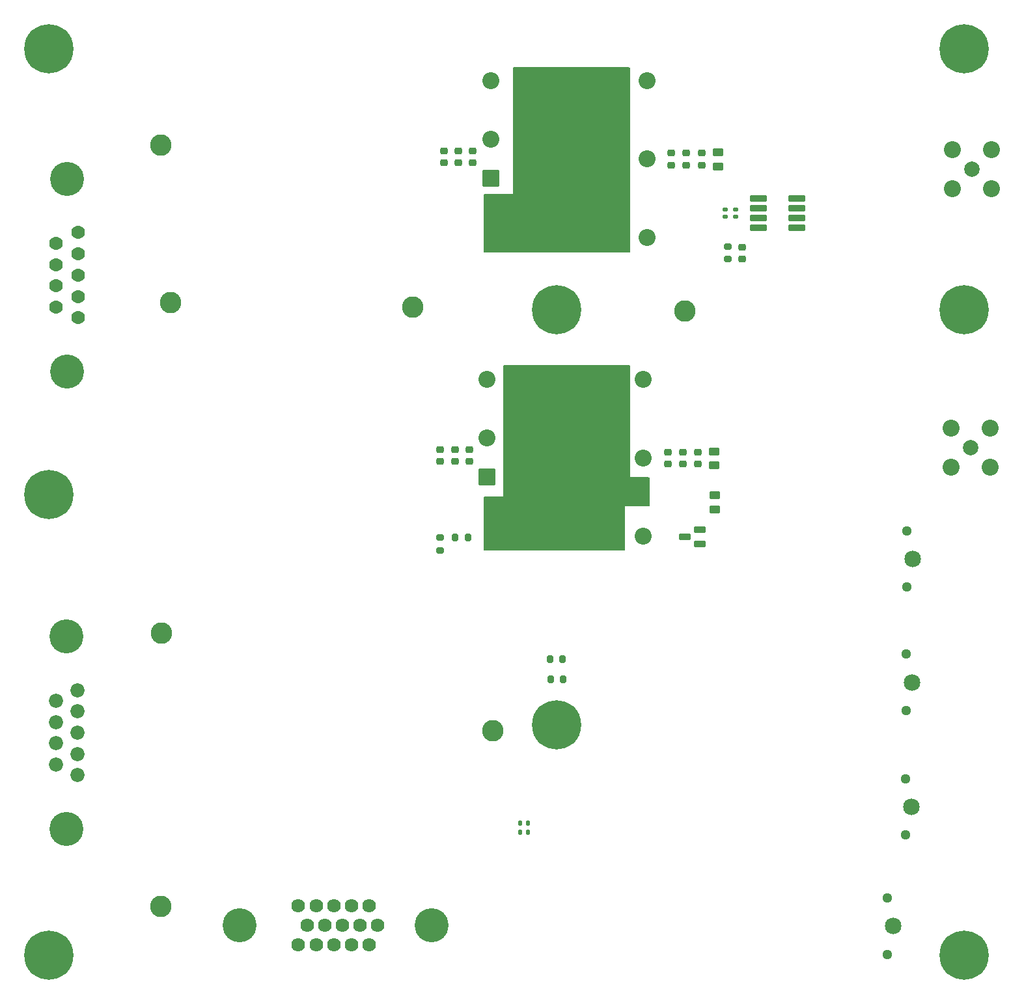
<source format=gbr>
%TF.GenerationSoftware,KiCad,Pcbnew,9.0.3*%
%TF.CreationDate,2025-09-16T11:45:41-04:00*%
%TF.ProjectId,5_COLD_TPC_Charge_Pre_Amp,355f434f-4c44-45f5-9450-435f43686172,rev?*%
%TF.SameCoordinates,Original*%
%TF.FileFunction,Soldermask,Bot*%
%TF.FilePolarity,Negative*%
%FSLAX46Y46*%
G04 Gerber Fmt 4.6, Leading zero omitted, Abs format (unit mm)*
G04 Created by KiCad (PCBNEW 9.0.3) date 2025-09-16 11:45:41*
%MOMM*%
%LPD*%
G01*
G04 APERTURE LIST*
G04 Aperture macros list*
%AMRoundRect*
0 Rectangle with rounded corners*
0 $1 Rounding radius*
0 $2 $3 $4 $5 $6 $7 $8 $9 X,Y pos of 4 corners*
0 Add a 4 corners polygon primitive as box body*
4,1,4,$2,$3,$4,$5,$6,$7,$8,$9,$2,$3,0*
0 Add four circle primitives for the rounded corners*
1,1,$1+$1,$2,$3*
1,1,$1+$1,$4,$5*
1,1,$1+$1,$6,$7*
1,1,$1+$1,$8,$9*
0 Add four rect primitives between the rounded corners*
20,1,$1+$1,$2,$3,$4,$5,0*
20,1,$1+$1,$4,$5,$6,$7,0*
20,1,$1+$1,$6,$7,$8,$9,0*
20,1,$1+$1,$8,$9,$2,$3,0*%
G04 Aperture macros list end*
%ADD10RoundRect,0.102000X1.000000X-1.000000X1.000000X1.000000X-1.000000X1.000000X-1.000000X-1.000000X0*%
%ADD11C,2.204000*%
%ADD12C,2.800000*%
%ADD13C,1.764000*%
%ADD14C,4.420000*%
%ADD15C,2.006600*%
%ADD16C,2.209800*%
%ADD17C,6.400000*%
%ADD18C,1.779000*%
%ADD19C,1.295400*%
%ADD20C,2.159000*%
%ADD21C,1.839000*%
%ADD22RoundRect,0.140000X-0.140000X-0.170000X0.140000X-0.170000X0.140000X0.170000X-0.140000X0.170000X0*%
%ADD23RoundRect,0.200000X0.200000X0.275000X-0.200000X0.275000X-0.200000X-0.275000X0.200000X-0.275000X0*%
%ADD24RoundRect,0.140000X0.170000X-0.140000X0.170000X0.140000X-0.170000X0.140000X-0.170000X-0.140000X0*%
%ADD25RoundRect,0.250000X-0.450000X0.262500X-0.450000X-0.262500X0.450000X-0.262500X0.450000X0.262500X0*%
%ADD26RoundRect,0.225000X0.250000X-0.225000X0.250000X0.225000X-0.250000X0.225000X-0.250000X-0.225000X0*%
%ADD27RoundRect,0.099250X0.632750X0.297750X-0.632750X0.297750X-0.632750X-0.297750X0.632750X-0.297750X0*%
%ADD28RoundRect,0.200000X-0.275000X0.200000X-0.275000X-0.200000X0.275000X-0.200000X0.275000X0.200000X0*%
%ADD29RoundRect,0.100500X0.986500X0.301500X-0.986500X0.301500X-0.986500X-0.301500X0.986500X-0.301500X0*%
%ADD30RoundRect,0.250000X0.450000X-0.262500X0.450000X0.262500X-0.450000X0.262500X-0.450000X-0.262500X0*%
%ADD31RoundRect,0.225000X-0.250000X0.225000X-0.250000X-0.225000X0.250000X-0.225000X0.250000X0.225000X0*%
%ADD32RoundRect,0.200000X-0.200000X-0.275000X0.200000X-0.275000X0.200000X0.275000X-0.200000X0.275000X0*%
G04 APERTURE END LIST*
D10*
%TO.C,U4*%
X271000000Y-111750000D03*
D11*
X271000000Y-106650000D03*
X291300000Y-119450000D03*
X291300000Y-109250000D03*
X291300000Y-99050000D03*
X271000000Y-99050000D03*
%TD*%
D12*
%TO.C,Telem_RTN1*%
X271750000Y-144770000D03*
%TD*%
D13*
%TO.C,J1*%
X217755000Y-79935000D03*
X217755000Y-82705000D03*
X217755000Y-85475000D03*
X217755000Y-88245000D03*
X217755000Y-91015000D03*
X214915000Y-81320000D03*
X214915000Y-84090000D03*
X214915000Y-86860000D03*
X214915000Y-89630000D03*
D14*
X216335000Y-72975000D03*
X216335000Y-97975000D03*
%TD*%
D12*
%TO.C,-5V1*%
X228660000Y-132080000D03*
%TD*%
D15*
%TO.C,J4*%
X333883000Y-107895000D03*
D16*
X336423000Y-105355000D03*
X331343000Y-105355000D03*
X331343000Y-110435000D03*
X336423000Y-110435000D03*
%TD*%
D17*
%TO.C,H3*%
X333000000Y-90000000D03*
%TD*%
D12*
%TO.C,+5V1*%
X228540000Y-167640000D03*
%TD*%
D17*
%TO.C,H1*%
X214000000Y-56000000D03*
%TD*%
%TO.C,H2*%
X333000000Y-56000000D03*
%TD*%
D18*
%TO.C,J3*%
X255606000Y-167510000D03*
X253316000Y-167510000D03*
X251026000Y-167510000D03*
X248736000Y-167510000D03*
X246446000Y-167510000D03*
X256751000Y-170050000D03*
X254461000Y-170050000D03*
X252171000Y-170050000D03*
X249881000Y-170050000D03*
X247591000Y-170050000D03*
X255606000Y-172590000D03*
X253316000Y-172590000D03*
X251026000Y-172590000D03*
X248736000Y-172590000D03*
X246446000Y-172590000D03*
D14*
X238785000Y-170050000D03*
X263775000Y-170050000D03*
%TD*%
D15*
%TO.C,J5*%
X334010000Y-71705000D03*
D16*
X336550000Y-69165000D03*
X331470000Y-69165000D03*
X331470000Y-74245000D03*
X336550000Y-74245000D03*
%TD*%
D12*
%TO.C,V_{EN}1*%
X261320000Y-89620000D03*
%TD*%
D17*
%TO.C,H8*%
X280000000Y-90000000D03*
%TD*%
D19*
%TO.C,P1*%
X325540000Y-118720000D03*
X325540000Y-126040000D03*
D20*
X326300000Y-122390000D03*
%TD*%
D19*
%TO.C,P2*%
X325460000Y-134800201D03*
X325460000Y-142120201D03*
D20*
X326220000Y-138470201D03*
%TD*%
D21*
%TO.C,J2*%
X217720000Y-150540000D03*
X217720000Y-147770000D03*
X217720000Y-145000000D03*
X217720000Y-142230000D03*
X217720000Y-139460000D03*
X214880000Y-149155000D03*
X214880000Y-146385000D03*
X214880000Y-143615000D03*
X214880000Y-140845000D03*
D14*
X216300000Y-132500000D03*
X216300000Y-157500000D03*
%TD*%
D12*
%TO.C,+12V1*%
X228570000Y-68590000D03*
%TD*%
D17*
%TO.C,H5*%
X280000000Y-144000000D03*
%TD*%
D19*
%TO.C,P3*%
X325360000Y-150980000D03*
X325360000Y-158300000D03*
D20*
X326120000Y-154650000D03*
%TD*%
D10*
%TO.C,U1*%
X271470000Y-72865000D03*
D11*
X271470000Y-67765000D03*
X291770000Y-80565000D03*
X291770000Y-70365000D03*
X291770000Y-60165000D03*
X271470000Y-60165000D03*
%TD*%
D12*
%TO.C,+12V_RTN1*%
X229810000Y-89060000D03*
%TD*%
%TO.C,+/-5V_{RTN}1*%
X296700000Y-90100000D03*
%TD*%
D19*
%TO.C,P4*%
X323020000Y-166520201D03*
X323020000Y-173840201D03*
D20*
X323780000Y-170190201D03*
%TD*%
D17*
%TO.C,H7*%
X333000000Y-174000000D03*
%TD*%
%TO.C,H4*%
X214000000Y-114000000D03*
%TD*%
%TO.C,H9*%
X214000000Y-174000000D03*
%TD*%
D22*
%TO.C,C36*%
X275300000Y-157940000D03*
X276260000Y-157940000D03*
%TD*%
D23*
%TO.C,R19*%
X280815000Y-135460000D03*
X279165000Y-135460000D03*
%TD*%
D24*
%TO.C,C29*%
X301965000Y-77905000D03*
X301965000Y-76945000D03*
%TD*%
D25*
%TO.C,R3*%
X300560000Y-114137500D03*
X300560000Y-115962500D03*
%TD*%
D26*
%TO.C,C7*%
X269125000Y-70840000D03*
X269125000Y-69290000D03*
%TD*%
D27*
%TO.C,D1*%
X298660000Y-118580000D03*
X298660000Y-120480000D03*
X296700000Y-119530000D03*
%TD*%
D26*
%TO.C,C21*%
X294455000Y-110035000D03*
X294455000Y-108485000D03*
%TD*%
%TO.C,C22*%
X296425000Y-110035000D03*
X296425000Y-108485000D03*
%TD*%
%TO.C,C19*%
X266805000Y-109725000D03*
X266805000Y-108175000D03*
%TD*%
D28*
%TO.C,R18*%
X302270000Y-81745000D03*
X302270000Y-83395000D03*
%TD*%
%TO.C,R10*%
X264860000Y-119635000D03*
X264860000Y-121285000D03*
%TD*%
D29*
%TO.C,U6*%
X311235000Y-75505000D03*
X311235000Y-76775000D03*
X311235000Y-78045000D03*
X311235000Y-79315000D03*
X306295000Y-79315000D03*
X306295000Y-78045000D03*
X306295000Y-76775000D03*
X306295000Y-75505000D03*
%TD*%
D30*
%TO.C,R15*%
X300515000Y-110212500D03*
X300515000Y-108387500D03*
%TD*%
D26*
%TO.C,C6*%
X267275000Y-70840000D03*
X267275000Y-69290000D03*
%TD*%
%TO.C,C9*%
X296895000Y-71150000D03*
X296895000Y-69600000D03*
%TD*%
%TO.C,C8*%
X294925000Y-71150000D03*
X294925000Y-69600000D03*
%TD*%
%TO.C,C10*%
X298865000Y-71150000D03*
X298865000Y-69600000D03*
%TD*%
D31*
%TO.C,C32*%
X304125000Y-81840000D03*
X304125000Y-83390000D03*
%TD*%
D30*
%TO.C,R5*%
X300985000Y-71327500D03*
X300985000Y-69502500D03*
%TD*%
D26*
%TO.C,C20*%
X268655000Y-109725000D03*
X268655000Y-108175000D03*
%TD*%
D32*
%TO.C,R12*%
X266825000Y-119640000D03*
X268475000Y-119640000D03*
%TD*%
D24*
%TO.C,C28*%
X303305000Y-77905000D03*
X303305000Y-76945000D03*
%TD*%
D26*
%TO.C,C5*%
X265335000Y-70840000D03*
X265335000Y-69290000D03*
%TD*%
%TO.C,C23*%
X298395000Y-110035000D03*
X298395000Y-108485000D03*
%TD*%
D23*
%TO.C,R35*%
X280895000Y-138060000D03*
X279245000Y-138060000D03*
%TD*%
D22*
%TO.C,C37*%
X275300000Y-156810000D03*
X276260000Y-156810000D03*
%TD*%
D26*
%TO.C,C18*%
X264865000Y-109725000D03*
X264865000Y-108175000D03*
%TD*%
G36*
X289503039Y-97174685D02*
G01*
X289548794Y-97227489D01*
X289560000Y-97279000D01*
X289560000Y-111760000D01*
X291976000Y-111760000D01*
X292043039Y-111779685D01*
X292088794Y-111832489D01*
X292100000Y-111884000D01*
X292100000Y-115446000D01*
X292080315Y-115513039D01*
X292027511Y-115558794D01*
X291976000Y-115570000D01*
X288925000Y-115570000D01*
X288925000Y-121161000D01*
X288905315Y-121228039D01*
X288852511Y-121273794D01*
X288801000Y-121285000D01*
X270634000Y-121285000D01*
X270566961Y-121265315D01*
X270521206Y-121212511D01*
X270510000Y-121161000D01*
X270510000Y-114424000D01*
X270529685Y-114356961D01*
X270582489Y-114311206D01*
X270634000Y-114300000D01*
X273050000Y-114300000D01*
X273050000Y-97279000D01*
X273069685Y-97211961D01*
X273122489Y-97166206D01*
X273174000Y-97155000D01*
X289436000Y-97155000D01*
X289503039Y-97174685D01*
G37*
G36*
X289503039Y-58439685D02*
G01*
X289548794Y-58492489D01*
X289560000Y-58544000D01*
X289560000Y-82426000D01*
X289540315Y-82493039D01*
X289487511Y-82538794D01*
X289436000Y-82550000D01*
X270634000Y-82550000D01*
X270566961Y-82530315D01*
X270521206Y-82477511D01*
X270510000Y-82426000D01*
X270510000Y-75054000D01*
X270529685Y-74986961D01*
X270582489Y-74941206D01*
X270634000Y-74930000D01*
X274320000Y-74930000D01*
X274320000Y-58544000D01*
X274339685Y-58476961D01*
X274392489Y-58431206D01*
X274444000Y-58420000D01*
X289436000Y-58420000D01*
X289503039Y-58439685D01*
G37*
M02*

</source>
